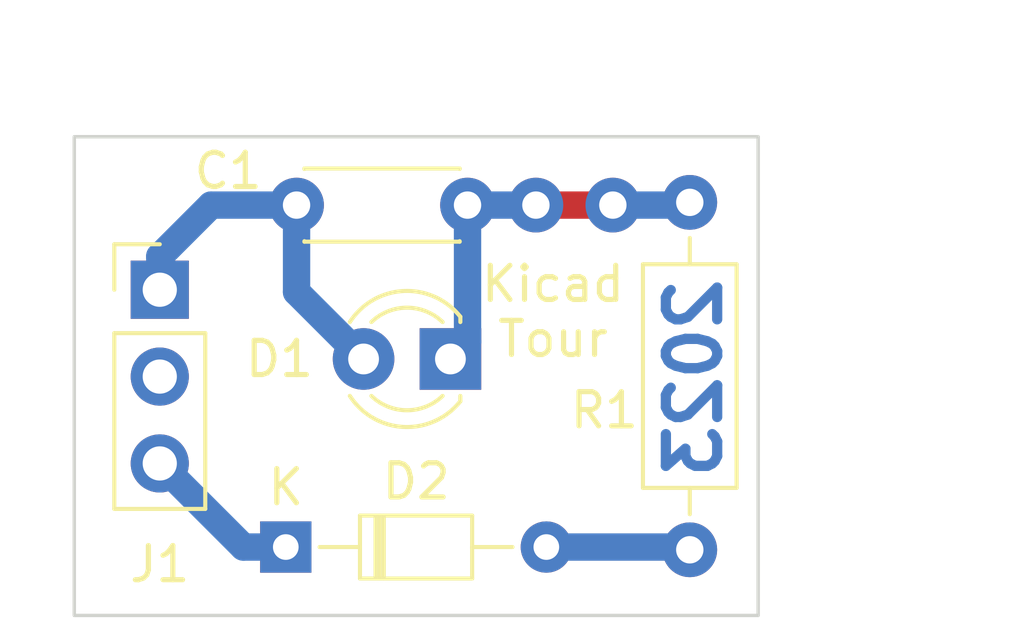
<source format=kicad_pcb>
(kicad_pcb (version 20240108) (generator "pcbnew") (generator_version "8.0")
  (title_block (title "Kicad Tour") (company "Curso diseño de PCB") (comment 1 "Autor: Diego Brengi"))
  (layers (0 "F.Cu" signal) (31 "B.Cu" signal) (34 "B.Paste" user) (35 "F.Paste" user) (36 "B.SilkS" user "B.Silkscreen") (37 "F.SilkS" user "F.Silkscreen") (38 "B.Mask" user) (39 "F.Mask" user) (44 "Edge.Cuts" user))
  (net 0 "")
  (net 1 "Net-(D1-A)")
  (net 2 "Net-(D1-K)")
  (net 3 "Net-(D2-K)")
  (net 4 "Net-(D2-A)")
  (footprint "Resistor_THT:R_Axial_DIN0207_L6.3mm_D2.5mm_P10.16mm_Horizontal" (layer "F.Cu") (at 121 130.92 -90)
    (property "Reference" "R1" (at 6.08 2.5 180) (layer "F.SilkS"))
    (property "Value" "100 k")
    (fp_line (start 1.81 1.37) (end 8.35 1.37) (stroke (width 0.12)) (layer "F.SilkS"))
    (fp_line (start 8.35 1.37) (end 8.35 -1.37) (stroke (width 0.12)) (layer "F.SilkS"))
    (fp_line (start 1.04 0) (end 1.81 0) (stroke (width 0.12)) (layer "F.SilkS"))
    (fp_line (start 9.12 0) (end 8.35 0) (stroke (width 0.12)) (layer "F.SilkS"))
    (fp_line (start 1.81 -1.37) (end 1.81 1.37) (stroke (width 0.12)) (layer "F.SilkS"))
    (fp_line (start 8.35 -1.37) (end 1.81 -1.37) (stroke (width 0.12)) (layer "F.SilkS"))
    (pad "1" thru_hole circle (at 0 0 270) (size 1.6 1.6) (drill 0.8) (layers "*.Cu" "*.Mask") (net 2 "Net-(D1-K)"))
    (pad "2" thru_hole oval (at 10.16 0 270) (size 1.6 1.6) (drill 0.8) (layers "*.Cu" "*.Mask") (net 4 "Net-(D2-A)"))
  )
  (footprint "Connector_PinHeader_2.54mm:PinHeader_1x03_P2.54mm_Vertical" (layer "F.Cu") (at 105.5 133.475)
    (property "Reference" "J1" (at 0 8.025 0) (layer "F.SilkS"))
    (property "Value" "Conn_01x03")
    (fp_line (start -1.33 -1.33) (end 0 -1.33) (stroke (width 0.12)) (layer "F.SilkS"))
    (fp_line (start -1.33 0) (end -1.33 -1.33) (stroke (width 0.12)) (layer "F.SilkS"))
    (fp_line (start -1.33 1.27) (end -1.33 6.41) (stroke (width 0.12)) (layer "F.SilkS"))
    (fp_line (start -1.33 1.27) (end 1.33 1.27) (stroke (width 0.12)) (layer "F.SilkS"))
    (fp_line (start -1.33 6.41) (end 1.33 6.41) (stroke (width 0.12)) (layer "F.SilkS"))
    (fp_line (start 1.33 1.27) (end 1.33 6.41) (stroke (width 0.12)) (layer "F.SilkS"))
    (pad "1" thru_hole rect (at 0 0) (size 1.7 1.7) (drill 1) (layers "*.Cu" "*.Mask") (net 1 "Net-(D1-A)"))
    (pad "2" thru_hole oval (at 0 2.54) (size 1.7 1.7) (drill 1) (layers "*.Cu" "*.Mask"))
    (pad "3" thru_hole oval (at 0 5.08) (size 1.7 1.7) (drill 1) (layers "*.Cu" "*.Mask") (net 3 "Net-(D2-K)"))
  )
  (footprint "Diode_THT:D_DO-34_SOD68_P7.62mm_Horizontal" (layer "F.Cu") (at 109.185 141)
    (property "Reference" "D2" (at 3.815 -1.92 0) (layer "F.SilkS"))
    (property "Value" "1N4148")
    (fp_line (start 0.99 0) (end 2.17 0) (stroke (width 0.12)) (layer "F.SilkS"))
    (fp_line (start 2.17 -0.92) (end 2.17 0.92) (stroke (width 0.12)) (layer "F.SilkS"))
    (fp_line (start 2.17 0.92) (end 5.45 0.92) (stroke (width 0.12)) (layer "F.SilkS"))
    (fp_line (start 2.626 -0.92) (end 2.626 0.92) (stroke (width 0.12)) (layer "F.SilkS"))
    (fp_line (start 2.746 -0.92) (end 2.746 0.92) (stroke (width 0.12)) (layer "F.SilkS"))
    (fp_line (start 2.866 -0.92) (end 2.866 0.92) (stroke (width 0.12)) (layer "F.SilkS"))
    (fp_line (start 5.45 -0.92) (end 2.17 -0.92) (stroke (width 0.12)) (layer "F.SilkS"))
    (fp_line (start 5.45 0.92) (end 5.45 -0.92) (stroke (width 0.12)) (layer "F.SilkS"))
    (fp_line (start 6.63 0) (end 5.45 0) (stroke (width 0.12)) (layer "F.SilkS"))
    (fp_text user "K" (at 0 -1.75 0) (layer "F.SilkS"))
    (pad "1" thru_hole rect (at 0 0) (size 1.5 1.5) (drill 0.75) (layers "*.Cu" "*.Mask") (net 3 "Net-(D2-K)"))
    (pad "2" thru_hole oval (at 7.62 0) (size 1.5 1.5) (drill 0.75) (layers "*.Cu" "*.Mask") (net 4 "Net-(D2-A)"))
  )
  (footprint "LED_THT:LED_D3.0mm" (layer "F.Cu") (at 114 135.5 180)
    (property "Reference" "D1" (at 5 0 0) (layer "F.SilkS"))
    (property "Value" "LED 3mm rojo")
    (fp_line (start -0.29 1.08) (end -0.29 1.236) (stroke (width 0.12)) (layer "F.SilkS"))
    (fp_line (start -0.29 -1.236) (end -0.29 -1.08) (stroke (width 0.12)) (layer "F.SilkS"))
    (fp_arc (start 2.942335 1.078608) (mid 1.366487 1.987659) (end -0.29 1.235516) (stroke (width 0.12)) (layer "F.SilkS"))
    (fp_arc (start 2.31113 1.079837) (mid 1.270117 1.5) (end 0.229039 1.08) (stroke (width 0.12)) (layer "F.SilkS"))
    (fp_arc (start 0.229039 -1.08) (mid 1.270117 -1.5) (end 2.31113 -1.079837) (stroke (width 0.12)) (layer "F.SilkS"))
    (fp_arc (start -0.29 -1.235516) (mid 1.366487 -1.987659) (end 2.942335 -1.078608) (stroke (width 0.12)) (layer "F.SilkS"))
    (pad "1" thru_hole rect (at 0 0 180) (size 1.8 1.8) (drill 0.9) (layers "*.Cu" "*.Mask") (net 2 "Net-(D1-K)"))
    (pad "2" thru_hole circle (at 2.54 0 180) (size 1.8 1.8) (drill 0.9) (layers "*.Cu" "*.Mask") (net 1 "Net-(D1-A)"))
  )
  (footprint "Capacitor_THT:C_Disc_D4.3mm_W1.9mm_P5.00mm" (layer "F.Cu") (at 109.5 131)
    (property "Reference" "C1" (at -2 -1 0) (layer "F.SilkS"))
    (property "Value" "100 nF")
    (fp_line (start 0.23 -1.07) (end 0.23 -1.055) (stroke (width 0.12)) (layer "F.SilkS"))
    (fp_line (start 0.23 -1.07) (end 4.77 -1.07) (stroke (width 0.12)) (layer "F.SilkS"))
    (fp_line (start 0.23 1.055) (end 0.23 1.07) (stroke (width 0.12)) (layer "F.SilkS"))
    (fp_line (start 0.23 1.07) (end 4.77 1.07) (stroke (width 0.12)) (layer "F.SilkS"))
    (fp_line (start 4.77 -1.07) (end 4.77 -1.055) (stroke (width 0.12)) (layer "F.SilkS"))
    (fp_line (start 4.77 1.055) (end 4.77 1.07) (stroke (width 0.12)) (layer "F.SilkS"))
    (pad "1" thru_hole circle (at 0 0) (size 1.6 1.6) (drill 0.8) (layers "*.Cu" "*.Mask") (net 1 "Net-(D1-A)"))
    (pad "2" thru_hole circle (at 5 0) (size 1.6 1.6) (drill 0.8) (layers "*.Cu" "*.Mask") (net 2 "Net-(D1-K)"))
  )
  (gr_rect (start 103 129) (end 123 143) (stroke (width 0.1)) (fill none) (layer "Edge.Cuts"))
  (gr_text "2023" (at 122 133 90) (layer "B.Cu") (effects (font (size 1.5 1.5) (thickness 0.3) (bold yes)) (justify left bottom mirror)))
  (gr_text "Kicad\nTour" (at 117 135.5 0) (layer "F.SilkS") (effects (font (size 1 1)) (justify bottom)))
  (segment (start 109.5 131) (end 109.5 133.54) (width 0.8) (layer "B.Cu") (net 1))
  (segment (start 105.5 132.5) (end 107 131) (width 0.8) (layer "B.Cu") (net 1))
  (segment (start 105.5 133.475) (end 105.5 132.5) (width 0.8) (layer "B.Cu") (net 1))
  (segment (start 109.5 133.54) (end 111.46 135.5) (width 0.8) (layer "B.Cu") (net 1))
  (segment (start 107 131) (end 109.5 131) (width 0.8) (layer "B.Cu") (net 1))
  (segment (start 116.5 131) (end 118.75 131) (width 0.8) (layer "F.Cu") (net 2))
  (via (at 116.5 131) (size 1.6) (drill 0.8) (layers "F.Cu" "B.Cu") (net 2))
  (via (at 118.75 131) (size 1.6) (drill 0.8) (layers "F.Cu" "B.Cu") (net 2))
  (segment (start 120.92 131) (end 121 130.92) (width 0.8) (layer "B.Cu") (net 2))
  (segment (start 118.75 131) (end 120.92 131) (width 0.8) (layer "B.Cu") (net 2))
  (segment (start 114.5 135) (end 114 135.5) (width 0.8) (layer "B.Cu") (net 2))
  (segment (start 114.5 131) (end 116.5 131) (width 0.8) (layer "B.Cu") (net 2))
  (segment (start 114.5 131) (end 114.5 135) (width 0.8) (layer "B.Cu") (net 2))
  (segment (start 105.5 138.555) (end 107.945 141) (width 0.8) (layer "B.Cu") (net 3))
  (segment (start 107.945 141) (end 109.185 141) (width 0.8) (layer "B.Cu") (net 3))
  (segment (start 120.92 141) (end 121 141.08) (width 0.8) (layer "B.Cu") (net 4))
  (segment (start 116.805 141) (end 120.92 141) (width 0.8) (layer "B.Cu") (net 4))
)
</source>
